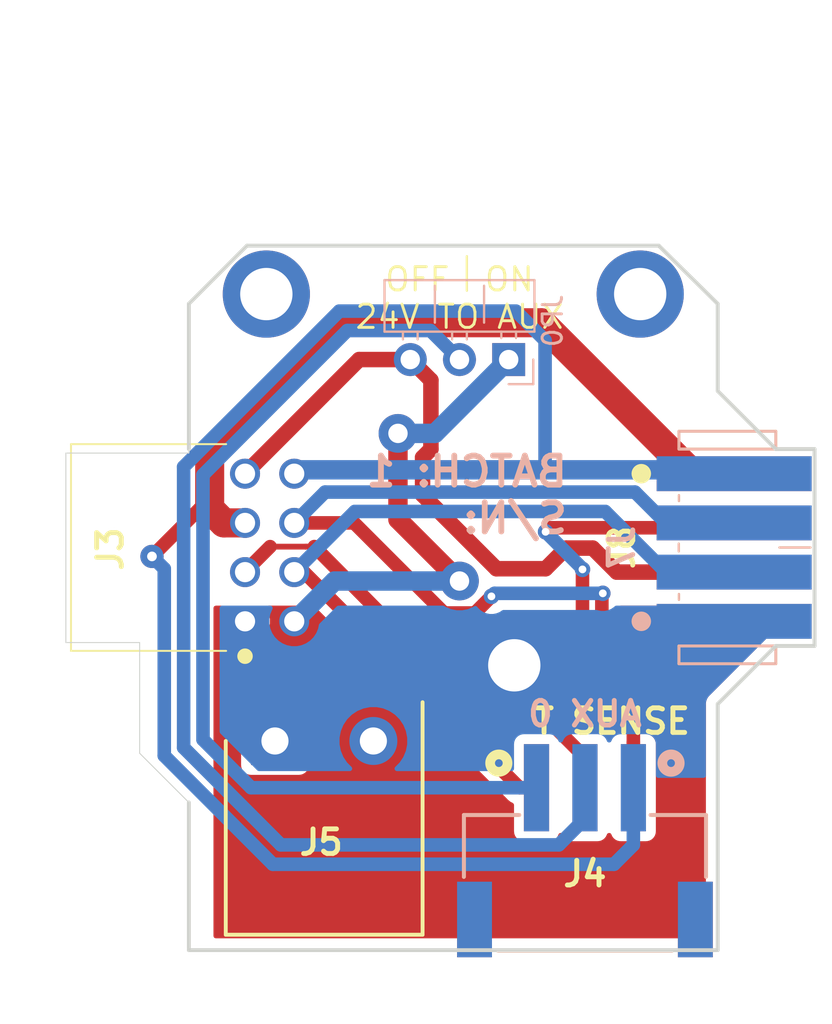
<source format=kicad_pcb>
(kicad_pcb (version 20171130) (host pcbnew "(5.1.9)-1")

  (general
    (thickness 1.6)
    (drawings 63)
    (tracks 101)
    (zones 0)
    (modules 10)
    (nets 12)
  )

  (page A4)
  (layers
    (0 F.Cu signal)
    (31 B.Cu signal)
    (32 B.Adhes user)
    (33 F.Adhes user)
    (34 B.Paste user)
    (35 F.Paste user)
    (36 B.SilkS user)
    (37 F.SilkS user)
    (38 B.Mask user)
    (39 F.Mask user)
    (40 Dwgs.User user)
    (41 Cmts.User user)
    (42 Eco1.User user)
    (43 Eco2.User user)
    (44 Edge.Cuts user)
    (45 Margin user)
    (46 B.CrtYd user)
    (47 F.CrtYd user)
    (48 B.Fab user)
    (49 F.Fab user)
  )

  (setup
    (last_trace_width 0.7)
    (user_trace_width 0.5)
    (user_trace_width 0.7)
    (user_trace_width 0.8)
    (user_trace_width 0.9)
    (user_trace_width 1)
    (user_trace_width 1.5)
    (user_trace_width 1.9)
    (user_trace_width 2)
    (user_trace_width 3)
    (user_trace_width 4)
    (trace_clearance 0.3)
    (zone_clearance 0.508)
    (zone_45_only no)
    (trace_min 0.2)
    (via_size 0.8)
    (via_drill 0.4)
    (via_min_size 0.4)
    (via_min_drill 0.3)
    (user_via 1.2 0.5)
    (user_via 2 1)
    (user_via 3 1.5)
    (user_via 4 2)
    (uvia_size 0.3)
    (uvia_drill 0.1)
    (uvias_allowed no)
    (uvia_min_size 0.2)
    (uvia_min_drill 0.1)
    (edge_width 0.05)
    (segment_width 0.2)
    (pcb_text_width 0.3)
    (pcb_text_size 1.5 1.5)
    (mod_edge_width 0.12)
    (mod_text_size 1 1)
    (mod_text_width 0.15)
    (pad_size 1.8 3.9)
    (pad_drill 0)
    (pad_to_mask_clearance 0)
    (aux_axis_origin 0 0)
    (visible_elements 7FFFFFFF)
    (pcbplotparams
      (layerselection 0x010fc_ffffffff)
      (usegerberextensions false)
      (usegerberattributes true)
      (usegerberadvancedattributes true)
      (creategerberjobfile true)
      (excludeedgelayer true)
      (linewidth 0.100000)
      (plotframeref false)
      (viasonmask false)
      (mode 1)
      (useauxorigin false)
      (hpglpennumber 1)
      (hpglpenspeed 20)
      (hpglpendiameter 15.000000)
      (psnegative false)
      (psa4output false)
      (plotreference true)
      (plotvalue true)
      (plotinvisibletext false)
      (padsonsilk false)
      (subtractmaskfromsilk false)
      (outputformat 1)
      (mirror false)
      (drillshape 1)
      (scaleselection 1)
      (outputdirectory ""))
  )

  (net 0 "")
  (net 1 /GND1_1)
  (net 2 /THERM_OUT_1)
  (net 3 /AUX0_1)
  (net 4 /HEATER_OUT_1)
  (net 5 /24V_1)
  (net 6 /3V3_1)
  (net 7 /V_AUX0_1)
  (net 8 "Net-(J6-Pad3)")
  (net 9 /GND_1)
  (net 10 "Net-(H3-Pad1)")
  (net 11 "Net-(H5-Pad1)")

  (net_class Default "This is the default net class."
    (clearance 0.3)
    (trace_width 0.3)
    (via_dia 0.8)
    (via_drill 0.4)
    (uvia_dia 0.3)
    (uvia_drill 0.1)
    (add_net /24V_1)
    (add_net /3V3_1)
    (add_net /AUX0_1)
    (add_net /GND1_1)
    (add_net /GND_1)
    (add_net /HEATER_OUT_1)
    (add_net /THERM_OUT_1)
    (add_net /V_AUX0_1)
    (add_net "Net-(H3-Pad1)")
    (add_net "Net-(H5-Pad1)")
    (add_net "Net-(J10-Pad6)")
    (add_net "Net-(J11-Pad4)")
    (add_net "Net-(J13-Pad6)")
    (add_net "Net-(J6-Pad3)")
  )

  (module 1SamacSys_Parts:SSW-104-XX-YYY-D-RA (layer F.Cu) (tedit 600B5870) (tstamp 6009D480)
    (at 46.08 157.655 270)
    (descr SSW-104-XX-YYY-D-RA)
    (tags Connector)
    (path /6004FEDF)
    (fp_text reference J3 (at -3.731 6.964 90) (layer F.SilkS)
      (effects (font (size 1.27 1.27) (thickness 0.254)))
    )
    (fp_text value "INTERBOARD B" (at -3.477 -0.402 90) (layer F.SilkS) hide
      (effects (font (size 1.27 1.27) (thickness 0.254)))
    )
    (fp_circle (center 1.8 0) (end 2 0) (layer F.SilkS) (width 0.4))
    (fp_line (start -10.345 10.185) (end -10.345 -4.315) (layer F.CrtYd) (width 0.05))
    (fp_line (start 2.725 10.185) (end -10.345 10.185) (layer F.CrtYd) (width 0.05))
    (fp_line (start 2.725 -4.315) (end 2.725 10.185) (layer F.CrtYd) (width 0.05))
    (fp_line (start -10.345 -4.315) (end 2.725 -4.315) (layer F.CrtYd) (width 0.05))
    (fp_line (start -9.145 8.985) (end -9.145 0.975) (layer F.SilkS) (width 0.1))
    (fp_line (start 1.525 8.985) (end -9.145 8.985) (layer F.SilkS) (width 0.1))
    (fp_line (start 1.525 0.975) (end 1.525 8.985) (layer F.SilkS) (width 0.1))
    (fp_line (start -9.145 8.985) (end -9.145 0.975) (layer F.Fab) (width 0.2))
    (fp_line (start 1.525 8.985) (end -9.145 8.985) (layer F.Fab) (width 0.2))
    (fp_line (start 1.525 0.975) (end 1.525 8.985) (layer F.Fab) (width 0.2))
    (fp_line (start -9.145 0.975) (end 1.525 0.975) (layer F.Fab) (width 0.2))
    (fp_text user %R (at 0 0 90) (layer F.Fab)
      (effects (font (size 1.27 1.27) (thickness 0.254)))
    )
    (pad 8 thru_hole circle (at -7.62 -2.54 270) (size 1.55 1.55) (drill 1.04) (layers *.Cu *.Mask)
      (net 3 /AUX0_1))
    (pad 7 thru_hole circle (at -7.62 0 270) (size 1.55 1.55) (drill 1.04) (layers *.Cu *.Mask)
      (net 7 /V_AUX0_1))
    (pad 6 thru_hole circle (at -5.08 -2.54 270) (size 1.55 1.55) (drill 1.04) (layers *.Cu *.Mask)
      (net 6 /3V3_1))
    (pad 5 thru_hole circle (at -5.08 0 270) (size 1.55 1.55) (drill 1.04) (layers *.Cu *.Mask)
      (net 9 /GND_1))
    (pad 4 thru_hole circle (at -2.54 -2.54 270) (size 1.55 1.55) (drill 1.04) (layers *.Cu *.Mask)
      (net 1 /GND1_1))
    (pad 3 thru_hole circle (at -2.54 0 270) (size 1.55 1.55) (drill 1.04) (layers *.Cu *.Mask)
      (net 2 /THERM_OUT_1))
    (pad 2 thru_hole circle (at 0 -2.54 270) (size 1.55 1.55) (drill 1.04) (layers *.Cu *.Mask)
      (net 5 /24V_1))
    (pad 1 thru_hole circle (at 0 0 270) (size 1.55 1.55) (drill 1.04) (layers *.Cu *.Mask)
      (net 4 /HEATER_OUT_1))
    (model C:\SamacSys_PCB_Library\KiCad\SamacSys_Parts.3dshapes\SSW-104-02-G-D-RA.stp
      (offset (xyz -9.15 -1.5 2.54))
      (scale (xyz 1 1 1))
      (rotate (xyz 180 0 0))
    )
  )

  (module 0c-boards:8MM11000402131_handsolder (layer F.Cu) (tedit 600B5825) (tstamp 600C5BE0)
    (at 71.87 153.845 270)
    (descr 8MM-11-0008-02-131-3)
    (tags Connector)
    (path /60044234)
    (attr smd)
    (fp_text reference J8 (at 0 6.35 90) (layer F.SilkS)
      (effects (font (size 1.27 1.27) (thickness 0.254)))
    )
    (fp_text value "DOCK INT 2" (at 0 -6.35 90) (layer F.SilkS) hide
      (effects (font (size 1.27 1.27) (thickness 0.254)))
    )
    (fp_text user %R (at 5.08 4.953 90) (layer F.Fab)
      (effects (font (size 1.27 1.27) (thickness 0.254)))
    )
    (fp_circle (center -3.81 5.334) (end -3.556 5.334) (layer F.SilkS) (width 0.5))
    (fp_line (start -5.08 -1.611) (end 5.08 -1.611) (layer F.Fab) (width 0.2))
    (fp_line (start 5.08 -1.611) (end 5.08 3.389) (layer F.Fab) (width 0.2))
    (fp_line (start -5.08 3.389) (end -5.08 -1.611) (layer F.Fab) (width 0.2))
    (fp_line (start -6.08 -4.461) (end 6.096 -4.4685) (layer F.CrtYd) (width 0.1))
    (fp_line (start 6.096 -4.4685) (end 6.096 4.3815) (layer F.CrtYd) (width 0.1))
    (fp_line (start 6.096 4.3815) (end -6.08 4.389) (layer F.CrtYd) (width 0.1))
    (fp_line (start -6.08 4.389) (end -6.08 -4.461) (layer F.CrtYd) (width 0.1))
    (fp_line (start -5.08 -1.611) (end -5.08 3.389) (layer F.SilkS) (width 0.15))
    (fp_line (start 5.08 3.389) (end 5.08 -1.611) (layer F.SilkS) (width 0.15))
    (fp_line (start 6 3.389) (end 6 -1.611) (layer F.SilkS) (width 0.15))
    (fp_line (start -6 3.389) (end -6 -1.611) (layer F.SilkS) (width 0.15))
    (fp_line (start -6 3.389) (end -5.08 3.389) (layer F.SilkS) (width 0.15))
    (fp_line (start -6 -1.611) (end -5.08 -1.611) (layer F.SilkS) (width 0.15))
    (fp_line (start 5.08 -1.611) (end 6 -1.611) (layer F.SilkS) (width 0.15))
    (fp_line (start 5.08 3.389) (end 6 3.389) (layer F.SilkS) (width 0.15))
    (fp_line (start -2.7 3.389) (end -2.4 3.389) (layer F.SilkS) (width 0.12))
    (fp_line (start -0.2 3.4) (end 0.2 3.4) (layer F.SilkS) (width 0.12))
    (fp_line (start 2.4 3.389) (end 2.7 3.389) (layer F.SilkS) (width 0.12))
    (fp_line (start 0 -1.8) (end 0 -3.4) (layer F.SilkS) (width 0.12))
    (pad 1 smd rect (at -3.81 0.539 270) (size 1.8 8) (layers F.Cu F.Paste F.Mask)
      (net 9 /GND_1))
    (pad 2 smd rect (at -1.27 0.539 270) (size 1.8 8) (layers F.Cu F.Paste F.Mask)
      (net 2 /THERM_OUT_1))
    (pad 3 smd rect (at 1.27 0.539 270) (size 1.8 8) (layers F.Cu F.Paste F.Mask)
      (net 7 /V_AUX0_1))
    (pad 4 smd rect (at 3.81 0.539 270) (size 1.8 8) (layers F.Cu F.Paste F.Mask)
      (net 5 /24V_1))
    (model "D:/Users/Dave/Documents/3D Printing/Cube Zero/Electronics/switcher/c-boards/c-boards.pretty/8MM-11-004-02-131.step"
      (offset (xyz -3.82 -3.4 1.8))
      (scale (xyz 1 1 1))
      (rotate (xyz 0 0 0))
    )
  )

  (module 0c-boards:8MM11000402131_handsolder (layer B.Cu) (tedit 600B5825) (tstamp 600C1368)
    (at 71.87 153.845 90)
    (descr 8MM-11-0008-02-131-3)
    (tags Connector)
    (path /60042F3C)
    (attr smd)
    (fp_text reference J7 (at 0 -6.35 -90) (layer B.SilkS)
      (effects (font (size 1.27 1.27) (thickness 0.254)) (justify mirror))
    )
    (fp_text value "DOCK INT 1" (at 0 6.35 -90) (layer B.SilkS) hide
      (effects (font (size 1.27 1.27) (thickness 0.254)) (justify mirror))
    )
    (fp_text user %R (at 5.08 -4.953 -90) (layer B.Fab)
      (effects (font (size 1.27 1.27) (thickness 0.254)) (justify mirror))
    )
    (fp_circle (center -3.81 -5.334) (end -3.556 -5.334) (layer B.SilkS) (width 0.5))
    (fp_line (start -5.08 1.611) (end 5.08 1.611) (layer B.Fab) (width 0.2))
    (fp_line (start 5.08 1.611) (end 5.08 -3.389) (layer B.Fab) (width 0.2))
    (fp_line (start -5.08 -3.389) (end -5.08 1.611) (layer B.Fab) (width 0.2))
    (fp_line (start -6.08 4.461) (end 6.096 4.4685) (layer B.CrtYd) (width 0.1))
    (fp_line (start 6.096 4.4685) (end 6.096 -4.3815) (layer B.CrtYd) (width 0.1))
    (fp_line (start 6.096 -4.3815) (end -6.08 -4.389) (layer B.CrtYd) (width 0.1))
    (fp_line (start -6.08 -4.389) (end -6.08 4.461) (layer B.CrtYd) (width 0.1))
    (fp_line (start -5.08 1.611) (end -5.08 -3.389) (layer B.SilkS) (width 0.15))
    (fp_line (start 5.08 -3.389) (end 5.08 1.611) (layer B.SilkS) (width 0.15))
    (fp_line (start 6 -3.389) (end 6 1.611) (layer B.SilkS) (width 0.15))
    (fp_line (start -6 -3.389) (end -6 1.611) (layer B.SilkS) (width 0.15))
    (fp_line (start -6 -3.389) (end -5.08 -3.389) (layer B.SilkS) (width 0.15))
    (fp_line (start -6 1.611) (end -5.08 1.611) (layer B.SilkS) (width 0.15))
    (fp_line (start 5.08 1.611) (end 6 1.611) (layer B.SilkS) (width 0.15))
    (fp_line (start 5.08 -3.389) (end 6 -3.389) (layer B.SilkS) (width 0.15))
    (fp_line (start -2.7 -3.389) (end -2.4 -3.389) (layer B.SilkS) (width 0.12))
    (fp_line (start -0.2 -3.4) (end 0.2 -3.4) (layer B.SilkS) (width 0.12))
    (fp_line (start 2.4 -3.389) (end 2.7 -3.389) (layer B.SilkS) (width 0.12))
    (fp_line (start 0 1.8) (end 0 3.4) (layer B.SilkS) (width 0.12))
    (pad 1 smd rect (at -3.81 -0.539 90) (size 1.8 8) (layers B.Cu B.Paste B.Mask)
      (net 4 /HEATER_OUT_1))
    (pad 2 smd rect (at -1.27 -0.539 90) (size 1.8 8) (layers B.Cu B.Paste B.Mask)
      (net 1 /GND1_1))
    (pad 3 smd rect (at 1.27 -0.539 90) (size 1.8 8) (layers B.Cu B.Paste B.Mask)
      (net 6 /3V3_1))
    (pad 4 smd rect (at 3.81 -0.539 90) (size 1.8 8) (layers B.Cu B.Paste B.Mask)
      (net 3 /AUX0_1))
    (model "D:/Users/Dave/Documents/3D Printing/Cube Zero/Electronics/switcher/c-boards/c-boards.pretty/8MM-11-004-02-131.step"
      (offset (xyz -3.82 -3.4 1.8))
      (scale (xyz 1 1 1))
      (rotate (xyz 0 0 0))
    )
  )

  (module Connector_PinHeader_2.54mm:PinHeader_1x03_P2.54mm_Horizontal (layer B.Cu) (tedit 600571F5) (tstamp 6009D4DE)
    (at 59.69 144.145 90)
    (descr "Through hole angled pin header, 1x03, 2.54mm pitch, 6mm pin length, single row")
    (tags "Through hole angled pin header THT 1x03 2.54mm single row")
    (path /60039C4C)
    (fp_text reference JP0 (at 2.001001 2.27 270) (layer B.SilkS)
      (effects (font (size 1 1) (thickness 0.15)) (justify mirror))
    )
    (fp_text value "AUXO 24V SEL" (at 4.385 -7.35 270) (layer B.Fab)
      (effects (font (size 1 1) (thickness 0.15)) (justify mirror))
    )
    (fp_line (start 10.55 1.8) (end -1.8 1.8) (layer B.CrtYd) (width 0.05))
    (fp_line (start 10.55 -6.85) (end 10.55 1.8) (layer B.CrtYd) (width 0.05))
    (fp_line (start -1.8 -6.85) (end 10.55 -6.85) (layer B.CrtYd) (width 0.05))
    (fp_line (start -1.8 1.8) (end -1.8 -6.85) (layer B.CrtYd) (width 0.05))
    (fp_line (start -1.27 1.27) (end 0 1.27) (layer B.SilkS) (width 0.12))
    (fp_line (start -1.27 0) (end -1.27 1.27) (layer B.SilkS) (width 0.12))
    (fp_line (start 1.042929 -5.46) (end 1.44 -5.46) (layer B.SilkS) (width 0.12))
    (fp_line (start 1.042929 -4.7) (end 1.44 -4.7) (layer B.SilkS) (width 0.12))
    (fp_line (start 1.905 -3.81) (end 3.81 -3.81) (layer B.SilkS) (width 0.12))
    (fp_line (start 1.042929 -2.92) (end 1.44 -2.92) (layer B.SilkS) (width 0.12))
    (fp_line (start 1.042929 -2.16) (end 1.44 -2.16) (layer B.SilkS) (width 0.12))
    (fp_line (start 1.905 -1.27) (end 3.81 -1.27) (layer B.SilkS) (width 0.12))
    (fp_line (start 1.11 -0.38) (end 1.44 -0.38) (layer B.SilkS) (width 0.12))
    (fp_line (start 1.11 0.38) (end 1.44 0.38) (layer B.SilkS) (width 0.12))
    (fp_line (start 4.1 1.33) (end 1.44 1.33) (layer B.SilkS) (width 0.12))
    (fp_line (start 1.44 -6.41) (end 4.1 -6.41) (layer B.SilkS) (width 0.12))
    (fp_line (start 1.44 1.33) (end 1.44 -6.41) (layer B.SilkS) (width 0.12))
    (fp_line (start 4.04 -5.4) (end 10.04 -5.4) (layer B.Fab) (width 0.1))
    (fp_line (start 10.04 -4.76) (end 10.04 -5.4) (layer B.Fab) (width 0.1))
    (fp_line (start 4.04 -4.76) (end 10.04 -4.76) (layer B.Fab) (width 0.1))
    (fp_line (start -0.32 -5.4) (end 1.5 -5.4) (layer B.Fab) (width 0.1))
    (fp_line (start -0.32 -4.76) (end -0.32 -5.4) (layer B.Fab) (width 0.1))
    (fp_line (start -0.32 -4.76) (end 1.5 -4.76) (layer B.Fab) (width 0.1))
    (fp_line (start 4.04 -2.86) (end 10.04 -2.86) (layer B.Fab) (width 0.1))
    (fp_line (start 10.04 -2.22) (end 10.04 -2.86) (layer B.Fab) (width 0.1))
    (fp_line (start 4.04 -2.22) (end 10.04 -2.22) (layer B.Fab) (width 0.1))
    (fp_line (start -0.32 -2.86) (end 1.5 -2.86) (layer B.Fab) (width 0.1))
    (fp_line (start -0.32 -2.22) (end -0.32 -2.86) (layer B.Fab) (width 0.1))
    (fp_line (start -0.32 -2.22) (end 1.5 -2.22) (layer B.Fab) (width 0.1))
    (fp_line (start 10.04 0.32) (end 10.04 -0.32) (layer B.Fab) (width 0.1))
    (fp_line (start -0.32 -0.32) (end 1.5 -0.32) (layer B.Fab) (width 0.1))
    (fp_line (start -0.32 0.32) (end -0.32 -0.32) (layer B.Fab) (width 0.1))
    (fp_line (start -0.32 0.32) (end 1.5 0.32) (layer B.Fab) (width 0.1))
    (fp_line (start 1.5 0.635) (end 2.135 1.27) (layer B.Fab) (width 0.1))
    (fp_line (start 1.5 -6.35) (end 1.5 0.635) (layer B.Fab) (width 0.1))
    (fp_line (start 4.04 -6.35) (end 1.5 -6.35) (layer B.Fab) (width 0.1))
    (fp_line (start 4.04 1.27) (end 4.04 -6.35) (layer B.Fab) (width 0.1))
    (fp_line (start 2.135 1.27) (end 4.04 1.27) (layer B.Fab) (width 0.1))
    (fp_line (start 4.1 1.33) (end 4.1 -6.41) (layer B.SilkS) (width 0.12))
    (fp_text user %R (at 2.77 -2.54) (layer B.Fab)
      (effects (font (size 1 1) (thickness 0.15)) (justify mirror))
    )
    (pad 3 thru_hole oval (at 0 -5.08 90) (size 1.7 1.7) (drill 1) (layers *.Cu *.Mask)
      (net 7 /V_AUX0_1))
    (pad 2 thru_hole oval (at 0 -2.54 90) (size 1.7 1.7) (drill 1) (layers *.Cu *.Mask)
      (net 8 "Net-(J6-Pad3)"))
    (pad 1 thru_hole rect (at 0 0 90) (size 1.7 1.7) (drill 1) (layers *.Cu *.Mask)
      (net 5 /24V_1))
    (model ${KISYS3DMOD}/Connector_PinHeader_2.54mm.3dshapes/PinHeader_1x03_P2.54mm_Horizontal.wrl
      (at (xyz 0 0 0))
      (scale (xyz 1 1 1))
      (rotate (xyz 0 0 0))
    )
  )

  (module MountingHole:MountingHole_2.7mm_M2.5_ISO7380_Pad_TopBottom (layer F.Cu) (tedit 56D1B4CB) (tstamp 6009D543)
    (at 59.98 159.925)
    (descr "Mounting Hole 2.7mm, M2.5, ISO7380")
    (tags "mounting hole 2.7mm m2.5 iso7380")
    (path /600575E9)
    (attr virtual)
    (fp_text reference H4 (at 0 -3.25) (layer F.Fab)
      (effects (font (size 1 1) (thickness 0.15)))
    )
    (fp_text value MountingHole_Pad (at 0 3.25) (layer F.Fab)
      (effects (font (size 1 1) (thickness 0.15)))
    )
    (fp_circle (center 0 0) (end 2.5 0) (layer F.CrtYd) (width 0.05))
    (fp_circle (center 0 0) (end 2.25 0) (layer Cmts.User) (width 0.15))
    (fp_text user %R (at 0.3 0) (layer F.Fab)
      (effects (font (size 1 1) (thickness 0.15)))
    )
    (pad 1 connect circle (at 0 0) (size 4.5 4.5) (layers B.Cu B.Mask)
      (net 4 /HEATER_OUT_1))
    (pad 1 connect circle (at 0 0) (size 4.5 4.5) (layers F.Cu F.Mask)
      (net 4 /HEATER_OUT_1))
    (pad 1 thru_hole circle (at 0 0) (size 3.1 3.1) (drill 2.7) (layers *.Cu *.Mask)
      (net 4 /HEATER_OUT_1))
  )

  (module 0_Daves_Stuff:JST-XH_2.50MM_03x01_SMT (layer B.Cu) (tedit 6004C316) (tstamp 6009D3B3)
    (at 63.627 166.243 180)
    (descr S3B-XH-SM4-TB)
    (tags Connector)
    (path /60074238)
    (attr smd)
    (fp_text reference J6 (at 0 -4.445) (layer B.Fab)
      (effects (font (size 1.27 1.27) (thickness 0.254)) (justify mirror))
    )
    (fp_text value "AUX 0" (at 0 3.81) (layer B.SilkS)
      (effects (font (size 1.27 1.27) (thickness 0.254)) (justify mirror))
    )
    (fp_text user %R (at 0 -4.445) (layer B.Fab)
      (effects (font (size 1.27 1.27) (thickness 0.254)) (justify mirror))
    )
    (fp_line (start -6.25 -1.407) (end 6.25 -1.407) (layer B.Fab) (width 0.2))
    (fp_line (start 6.25 -1.407) (end 6.25 -8.407) (layer B.Fab) (width 0.2))
    (fp_line (start 6.25 -8.407) (end -6.25 -8.407) (layer B.Fab) (width 0.2))
    (fp_line (start -6.25 -8.407) (end -6.25 -1.407) (layer B.Fab) (width 0.2))
    (fp_line (start -4.5 -8.407) (end 4.5 -8.407) (layer B.SilkS) (width 0.2))
    (fp_line (start -6.25 -1.407) (end -6.25 -4.6) (layer B.SilkS) (width 0.2))
    (fp_line (start -6.25 -1.407) (end -3.388 -1.407) (layer B.SilkS) (width 0.2))
    (fp_line (start 6.25 -1.407) (end 3.391 -1.407) (layer B.SilkS) (width 0.2))
    (fp_line (start 6.25 -1.407) (end 6.25 -4.6) (layer B.SilkS) (width 0.2))
    (fp_line (start 6.985 -8.89) (end -6.985 -8.89) (layer B.CrtYd) (width 0.12))
    (fp_line (start -6.985 -8.89) (end -6.985 2.54) (layer B.CrtYd) (width 0.12))
    (fp_line (start -6.985 2.54) (end 6.985 2.54) (layer B.CrtYd) (width 0.12))
    (fp_line (start 6.985 2.54) (end 6.985 -8.89) (layer B.CrtYd) (width 0.12))
    (fp_circle (center -4.445 1.27) (end -4.245 1.27) (layer B.SilkS) (width 0.5))
    (pad 5 smd rect (at 5.7 -6.8 180) (size 1.8 3.9) (layers B.Cu B.Paste B.Mask))
    (pad 4 smd rect (at -5.7 -6.8 180) (size 1.8 3.9) (layers B.Cu B.Paste B.Mask))
    (pad 3 smd rect (at 2.5 0 180) (size 1.3 4.5) (layers B.Cu B.Paste B.Mask)
      (net 8 "Net-(J6-Pad3)"))
    (pad 2 smd rect (at 0 0 180) (size 1.3 4.5) (layers B.Cu B.Paste B.Mask)
      (net 3 /AUX0_1))
    (pad 1 smd rect (at -2.5 0 180) (size 1.3 4.5) (layers B.Cu B.Paste B.Mask)
      (net 9 /GND_1))
    (model "D:/Users/Dave/Documents/3D Printing/Cube Zero/Electronics/switcher/c-boards/c-boards.pretty/JST-XH SMT 1x3.step"
      (offset (xyz 0 -8.5 0))
      (scale (xyz 1 1 1))
      (rotate (xyz 0 0 0))
    )
  )

  (module 1SamacSys_Parts:SHDRRA2W102P0X508_1X2_1016X1200X850P (layer F.Cu) (tedit 6008AD81) (tstamp 600C5B60)
    (at 47.625 163.83 180)
    (descr 282815-2)
    (tags Connector)
    (path /6000E48F)
    (fp_text reference J5 (at -2.3876 -5.2324) (layer F.SilkS)
      (effects (font (size 1.27 1.27) (thickness 0.254)))
    )
    (fp_text value HEATER (at -0.1016 3.8608) (layer F.Fab)
      (effects (font (size 1.27 1.27) (thickness 0.254)))
    )
    (fp_text user %R (at -2.3368 -5.2324) (layer F.Fab)
      (effects (font (size 1.27 1.27) (thickness 0.254)))
    )
    (fp_line (start -7.62 -10) (end -7.62 2) (layer F.SilkS) (width 0.2))
    (fp_line (start 2.54 -10) (end -7.62 -10) (layer F.SilkS) (width 0.2))
    (fp_line (start 2.54 0) (end 2.54 -10) (layer F.SilkS) (width 0.2))
    (fp_line (start 2.54 -10) (end 2.54 2) (layer F.Fab) (width 0.1))
    (fp_line (start -7.62 -10) (end 2.54 -10) (layer F.Fab) (width 0.1))
    (fp_line (start -7.62 2) (end -7.62 -10) (layer F.Fab) (width 0.1))
    (fp_line (start 2.54 2) (end -7.62 2) (layer F.Fab) (width 0.1))
    (fp_line (start 2.79 -10.25) (end 2.79 2.25) (layer F.CrtYd) (width 0.05))
    (fp_line (start -7.87 -10.25) (end 2.79 -10.25) (layer F.CrtYd) (width 0.05))
    (fp_line (start -7.87 2.25) (end -7.87 -10.25) (layer F.CrtYd) (width 0.05))
    (fp_line (start 2.79 2.25) (end -7.87 2.25) (layer F.CrtYd) (width 0.05))
    (pad 2 thru_hole circle (at -5.08 0 180) (size 2.475 2.475) (drill 1.4) (layers *.Cu *.Mask)
      (net 5 /24V_1))
    (pad 1 thru_hole rect (at 0 0 180) (size 2.475 2.475) (drill 1.4) (layers *.Cu *.Mask)
      (net 4 /HEATER_OUT_1))
    (model C:\SamacSys_PCB_Library\KiCad\SamacSys_Parts.3dshapes\282815-2.stp
      (offset (xyz -2.539999923706063 9.999999849814946 3.799999895246092))
      (scale (xyz 1 1 1))
      (rotate (xyz -90 0 -180))
    )
    (model "D:/Users/Dave/Documents/3D Printing/Cube Zero/Electronics/switcher/c-boards/c-boards.pretty/282807-2.stp"
      (offset (xyz -2.54 1.51 0))
      (scale (xyz 1 1 1))
      (rotate (xyz -90 0 0))
    )
  )

  (module 0_Daves_Stuff:JST-XH_2.50MM_03x01_SMT (layer F.Cu) (tedit 600B5623) (tstamp 600BF509)
    (at 63.627 166.243)
    (descr S3B-XH-SM4-TB)
    (tags Connector)
    (path /6006A913)
    (attr smd)
    (fp_text reference J4 (at 0 4.445 180) (layer F.SilkS)
      (effects (font (size 1.27 1.27) (thickness 0.254)))
    )
    (fp_text value "T SENSE" (at 1.397 -3.429 180) (layer F.SilkS)
      (effects (font (size 1.27 1.27) (thickness 0.254)))
    )
    (fp_text user %R (at 0 4.445 180) (layer F.Fab)
      (effects (font (size 1.27 1.27) (thickness 0.254)))
    )
    (fp_line (start -6.25 1.407) (end 6.25 1.407) (layer F.Fab) (width 0.2))
    (fp_line (start 6.25 1.407) (end 6.25 8.407) (layer F.Fab) (width 0.2))
    (fp_line (start 6.25 8.407) (end -6.25 8.407) (layer F.Fab) (width 0.2))
    (fp_line (start -6.25 8.407) (end -6.25 1.407) (layer F.Fab) (width 0.2))
    (fp_line (start -4.5 8.407) (end 4.5 8.407) (layer F.SilkS) (width 0.2))
    (fp_line (start -6.25 1.407) (end -6.25 4.6) (layer F.SilkS) (width 0.2))
    (fp_line (start -6.25 1.407) (end -3.388 1.407) (layer F.SilkS) (width 0.2))
    (fp_line (start 6.25 1.407) (end 3.391 1.407) (layer F.SilkS) (width 0.2))
    (fp_line (start 6.25 1.407) (end 6.25 4.6) (layer F.SilkS) (width 0.2))
    (fp_line (start 6.985 8.89) (end -6.985 8.89) (layer F.CrtYd) (width 0.12))
    (fp_line (start -6.985 8.89) (end -6.985 -2.54) (layer F.CrtYd) (width 0.12))
    (fp_line (start -6.985 -2.54) (end 6.985 -2.54) (layer F.CrtYd) (width 0.12))
    (fp_line (start 6.985 -2.54) (end 6.985 8.89) (layer F.CrtYd) (width 0.12))
    (fp_circle (center -4.445 -1.27) (end -4.245 -1.27) (layer F.SilkS) (width 0.5))
    (pad 5 smd rect (at 5.7 6.8) (size 1.8 3.9) (layers F.Cu F.Paste F.Mask)
      (net 5 /24V_1))
    (pad 4 smd rect (at -5.7 6.8) (size 1.8 3.9) (layers F.Cu F.Paste F.Mask)
      (net 5 /24V_1))
    (pad 3 smd rect (at 2.5 0) (size 1.3 4.5) (layers F.Cu F.Paste F.Mask)
      (net 6 /3V3_1))
    (pad 2 smd rect (at 0 0) (size 1.3 4.5) (layers F.Cu F.Paste F.Mask)
      (net 2 /THERM_OUT_1))
    (pad 1 smd rect (at -2.5 0) (size 1.3 4.5) (layers F.Cu F.Paste F.Mask)
      (net 1 /GND1_1))
    (model "D:/Users/Dave/Documents/3D Printing/Cube Zero/Electronics/switcher/c-boards/c-boards.pretty/JST-XH SMT 1x3.step"
      (offset (xyz 0 -8.5 0))
      (scale (xyz 1 1 1))
      (rotate (xyz 0 0 0))
    )
  )

  (module MountingHole:MountingHole_2.7mm_M2.5_ISO7380_Pad_TopBottom (layer F.Cu) (tedit 56D1B4CB) (tstamp 6009D378)
    (at 66.479999 140.765)
    (descr "Mounting Hole 2.7mm, M2.5, ISO7380")
    (tags "mounting hole 2.7mm m2.5 iso7380")
    (path /600581E8)
    (attr virtual)
    (fp_text reference H5 (at 0 -3.25) (layer F.Fab)
      (effects (font (size 1 1) (thickness 0.15)))
    )
    (fp_text value MountingHole_Pad (at 0 3.25) (layer F.Fab)
      (effects (font (size 1 1) (thickness 0.15)))
    )
    (fp_circle (center 0 0) (end 2.5 0) (layer F.CrtYd) (width 0.05))
    (fp_circle (center 0 0) (end 2.25 0) (layer Cmts.User) (width 0.15))
    (fp_text user %R (at 0.3 0) (layer F.Fab)
      (effects (font (size 1 1) (thickness 0.15)))
    )
    (pad 1 connect circle (at 0 0) (size 4.5 4.5) (layers B.Cu B.Mask)
      (net 11 "Net-(H5-Pad1)"))
    (pad 1 connect circle (at 0 0) (size 4.5 4.5) (layers F.Cu F.Mask)
      (net 11 "Net-(H5-Pad1)"))
    (pad 1 thru_hole circle (at 0 0) (size 3.1 3.1) (drill 2.7) (layers *.Cu *.Mask)
      (net 11 "Net-(H5-Pad1)"))
  )

  (module MountingHole:MountingHole_2.7mm_M2.5_ISO7380_Pad_TopBottom (layer F.Cu) (tedit 56D1B4CB) (tstamp 6009D35D)
    (at 47.18 140.765)
    (descr "Mounting Hole 2.7mm, M2.5, ISO7380")
    (tags "mounting hole 2.7mm m2.5 iso7380")
    (path /60056B10)
    (attr virtual)
    (fp_text reference H3 (at 0 -3.25) (layer F.Fab)
      (effects (font (size 1 1) (thickness 0.15)))
    )
    (fp_text value MountingHole_Pad (at 0 3.25) (layer F.Fab)
      (effects (font (size 1 1) (thickness 0.15)))
    )
    (fp_circle (center 0 0) (end 2.5 0) (layer F.CrtYd) (width 0.05))
    (fp_circle (center 0 0) (end 2.25 0) (layer Cmts.User) (width 0.15))
    (fp_text user %R (at 0.3 0) (layer F.Fab)
      (effects (font (size 1 1) (thickness 0.15)))
    )
    (pad 1 connect circle (at 0 0) (size 4.5 4.5) (layers B.Cu B.Mask)
      (net 10 "Net-(H3-Pad1)"))
    (pad 1 connect circle (at 0 0) (size 4.5 4.5) (layers F.Cu F.Mask)
      (net 10 "Net-(H3-Pad1)"))
    (pad 1 thru_hole circle (at 0 0) (size 3.1 3.1) (drill 2.7) (layers *.Cu *.Mask)
      (net 10 "Net-(H3-Pad1)"))
  )

  (gr_line (start 57.531 138.811) (end 57.531 140.589) (layer F.SilkS) (width 0.12))
  (gr_text "OFF  ON\n24V TO AUX" (at 57.15 140.97) (layer F.SilkS) (tstamp 600C66E9)
    (effects (font (size 1.2 1.2) (thickness 0.15)))
  )
  (gr_line (start 43.18 148.971) (end 43.18 148.765) (layer Edge.Cuts) (width 0.05) (tstamp 600C53D9))
  (gr_line (start 36.83 148.971) (end 43.18 148.971) (layer Edge.Cuts) (width 0.05))
  (gr_line (start 36.83 158.75) (end 36.83 148.971) (layer Edge.Cuts) (width 0.05))
  (gr_line (start 40.64 158.75) (end 36.83 158.75) (layer Edge.Cuts) (width 0.05))
  (gr_line (start 40.64 159.385) (end 40.64 158.75) (layer Edge.Cuts) (width 0.05))
  (gr_line (start 40.64 164.465) (end 40.64 159.385) (layer Edge.Cuts) (width 0.05))
  (gr_line (start 43.18 167.005) (end 40.64 164.465) (layer Edge.Cuts) (width 0.05))
  (gr_line (start 36.07 158.925) (end 33.53 158.925) (layer Dwgs.User) (width 0.2))
  (gr_line (start 33.53 149.019) (end 33.53 151.051) (layer Dwgs.User) (width 0.2))
  (gr_line (start 36.07 149.019) (end 36.07 151.051) (layer Dwgs.User) (width 0.2))
  (gr_line (start 42.43 178.353973) (end 33.53 178.353973) (layer Dwgs.User) (width 0.2))
  (gr_line (start 33.53 148.765) (end 36.07 148.765) (layer Dwgs.User) (width 0.2))
  (gr_line (start 36.07 148.765) (end 33.53 148.765) (layer Dwgs.User) (width 0.2))
  (gr_line (start 42.43 155.692521) (end 42.43 178.353973) (layer Dwgs.User) (width 0.2))
  (gr_line (start 33.53 155.692521) (end 42.43 155.692521) (layer Dwgs.User) (width 0.2))
  (gr_line (start 33.53 178.353973) (end 33.53 155.692521) (layer Dwgs.User) (width 0.2))
  (gr_line (start 33.53 158.925) (end 36.07 158.925) (layer Dwgs.User) (width 0.2))
  (gr_line (start 70.479999 167.625) (end 57.98 167.625) (layer Dwgs.User) (width 0.2))
  (gr_line (start 47.47 163.925) (end 52.55 163.925) (layer Dwgs.User) (width 0.2))
  (gr_line (start 44.93 161.925) (end 47.47 163.925) (layer Dwgs.User) (width 0.2))
  (gr_line (start 44.93 174.625) (end 44.93 161.925) (layer Dwgs.User) (width 0.2))
  (gr_line (start 55.98 174.625) (end 44.93 174.625) (layer Dwgs.User) (width 0.2))
  (gr_line (start 42.43 125.687232) (end 42.43 155.692521) (layer Dwgs.User) (width 0.2))
  (gr_line (start 33.53 155.692521) (end 33.53 125.687232) (layer Dwgs.User) (width 0.2))
  (gr_line (start 57.98 167.625) (end 61.69 166.215) (layer Dwgs.User) (width 0.2))
  (gr_line (start 70.479999 174.625) (end 70.479999 167.625) (layer Dwgs.User) (width 0.2))
  (gr_line (start 57.98 174.625) (end 70.479999 174.625) (layer Dwgs.User) (width 0.2))
  (gr_line (start 57.98 167.625) (end 57.98 174.625) (layer Dwgs.User) (width 0.2))
  (gr_circle (center 52.55 163.925) (end 53.55 163.925) (layer Dwgs.User) (width 0.2))
  (gr_line (start 49.89 148.765) (end 49.89 158.925) (layer Dwgs.User) (width 0.2))
  (gr_line (start 55.980001 161.925) (end 55.98 174.625) (layer Dwgs.User) (width 0.2))
  (gr_line (start 44.93 161.925) (end 55.980001 161.925) (layer Dwgs.User) (width 0.2))
  (gr_line (start 46.08 148.765) (end 46.08 158.925) (layer Dwgs.User) (width 0.2))
  (gr_circle (center 46.08 157.655) (end 47.08 157.655) (layer Dwgs.User) (width 0.2))
  (gr_line (start 49.89 158.925) (end 36.07 158.925) (layer Dwgs.User) (width 0.2))
  (gr_line (start 36.07 158.925) (end 36.07 148.765) (layer Dwgs.User) (width 0.2))
  (gr_line (start 36.07 148.765) (end 49.89 148.765) (layer Dwgs.User) (width 0.2))
  (gr_line (start 46.180001 138.265) (end 43.18 141.265) (layer Edge.Cuts) (width 0.2))
  (gr_line (start 68.479999 148.765) (end 68.479999 158.925) (layer Dwgs.User) (width 0.2))
  (gr_circle (center 61.69 166.215) (end 62.69 166.215) (layer Dwgs.User) (width 0.2))
  (gr_circle (center 71.87 153.845) (end 72.87 153.845) (layer Dwgs.User) (width 0.2))
  (gr_line (start 70.479999 161.925) (end 73.479999 158.925) (layer Edge.Cuts) (width 0.2))
  (gr_line (start 46.180001 138.265) (end 67.437 138.265) (layer Edge.Cuts) (width 0.2))
  (gr_line (start 70.479999 174.625) (end 70.479999 161.925) (layer Edge.Cuts) (width 0.2))
  (gr_circle (center 59.98 159.925) (end 61.33 159.925) (layer Dwgs.User) (width 0.2))
  (gr_line (start 43.18 148.765) (end 36.07 148.765) (layer Dwgs.User) (width 0.2))
  (gr_line (start 70.479999 141.265) (end 70.479999 145.765) (layer Edge.Cuts) (width 0.2))
  (gr_line (start 49.89 153.845) (end 68.479999 153.845) (layer Dwgs.User) (width 0.2))
  (gr_circle (center 47.18 140.765) (end 48.53 140.765) (layer Dwgs.User) (width 0.2))
  (gr_line (start 43.18 158.925) (end 36.07 158.925) (layer Dwgs.User) (width 0.2))
  (gr_line (start 73.479999 158.925) (end 75.479999 158.925) (layer Edge.Cuts) (width 0.2))
  (gr_line (start 43.18 148.765) (end 43.18 141.265) (layer Edge.Cuts) (width 0.2))
  (gr_circle (center 66.479999 140.765) (end 67.829999 140.765) (layer Dwgs.User) (width 0.2))
  (gr_line (start 75.479999 158.925) (end 75.479999 148.765) (layer Edge.Cuts) (width 0.2))
  (gr_line (start 43.18 174.625) (end 43.18 167.005) (layer Edge.Cuts) (width 0.2))
  (gr_line (start 70.479999 145.765) (end 73.479999 148.765) (layer Edge.Cuts) (width 0.2))
  (gr_line (start 67.437 138.265) (end 70.479999 141.265) (layer Edge.Cuts) (width 0.2))
  (gr_line (start 68.479999 153.845) (end 71.87 153.845) (layer Dwgs.User) (width 0.2))
  (gr_line (start 75.479999 148.765) (end 73.479999 148.765) (layer Edge.Cuts) (width 0.2))
  (gr_line (start 43.18 174.625) (end 70.479999 174.625) (layer Edge.Cuts) (width 0.2))
  (gr_text "BATCH: 1\nS/N:" (at 62.865 151.13) (layer B.SilkS) (tstamp 6009D583)
    (effects (font (size 1.5 1.5) (thickness 0.3)) (justify left mirror))
  )

  (segment (start 49.120572 155.115) (end 48.62 155.115) (width 0.7) (layer F.Cu) (net 1))
  (segment (start 60.248572 166.243) (end 49.120572 155.115) (width 0.7) (layer F.Cu) (net 1))
  (segment (start 61.127 166.243) (end 60.248572 166.243) (width 0.7) (layer F.Cu) (net 1))
  (segment (start 67.800998 155.115) (end 71.331 155.115) (width 0.7) (layer B.Cu) (net 1))
  (segment (start 64.670997 151.984999) (end 67.800998 155.115) (width 0.7) (layer B.Cu) (net 1))
  (segment (start 51.750001 151.984999) (end 64.670997 151.984999) (width 0.7) (layer B.Cu) (net 1))
  (segment (start 48.62 155.115) (end 51.750001 151.984999) (width 0.7) (layer B.Cu) (net 1))
  (segment (start 61.779003 162.825001) (end 58.587999 162.825001) (width 0.7) (layer F.Cu) (net 2))
  (segment (start 63.627 164.672998) (end 61.779003 162.825001) (width 0.7) (layer F.Cu) (net 2))
  (segment (start 58.587999 162.825001) (end 49.657 153.797) (width 0.7) (layer F.Cu) (net 2))
  (segment (start 63.627 166.243) (end 63.627 164.672998) (width 0.7) (layer F.Cu) (net 2))
  (segment (start 49.208001 153.800001) (end 47.374001 153.800001) (width 0.3) (layer F.Cu) (net 2))
  (segment (start 49.211002 153.797) (end 49.208001 153.800001) (width 0.3) (layer F.Cu) (net 2))
  (segment (start 49.657 153.797) (end 49.211002 153.797) (width 0.3) (layer F.Cu) (net 2))
  (segment (start 46.08 155.094002) (end 46.08 155.115) (width 0.7) (layer F.Cu) (net 2))
  (segment (start 47.374001 153.800001) (end 46.08 155.094002) (width 0.7) (layer F.Cu) (net 2))
  (segment (start 63.5 154.94) (end 63.5 154.974999) (width 0.5) (layer F.Cu) (net 2))
  (via (at 63.5 154.974999) (size 0.8) (drill 0.4) (layers F.Cu B.Cu) (net 2))
  (via (at 61.595 153.035) (size 0.8) (drill 0.4) (layers F.Cu B.Cu) (net 2))
  (segment (start 71.270999 152.635001) (end 71.331 152.575) (width 0.5) (layer F.Cu) (net 2))
  (segment (start 63.5 160.697002) (end 63.5 154.974999) (width 0.7) (layer F.Cu) (net 2))
  (segment (start 61.779003 162.417999) (end 63.5 160.697002) (width 0.7) (layer F.Cu) (net 2))
  (segment (start 61.779003 162.825001) (end 61.779003 162.417999) (width 0.7) (layer F.Cu) (net 2))
  (segment (start 63.5 154.94) (end 61.595 153.035) (width 0.7) (layer B.Cu) (net 2))
  (segment (start 63.5 154.974999) (end 63.5 154.94) (width 0.7) (layer B.Cu) (net 2))
  (segment (start 71.081012 152.824988) (end 71.331 152.575) (width 0.7) (layer F.Cu) (net 2))
  (segment (start 61.805012 152.824988) (end 71.081012 152.824988) (width 0.7) (layer F.Cu) (net 2))
  (segment (start 61.595 153.035) (end 61.805012 152.824988) (width 0.7) (layer F.Cu) (net 2))
  (segment (start 71.130979 149.834979) (end 71.331 150.035) (width 1) (layer B.Cu) (net 3))
  (segment (start 48.62 150.035) (end 48.820021 149.834979) (width 1) (layer B.Cu) (net 3))
  (segment (start 61.569979 143.154977) (end 61.569979 149.834979) (width 0.7) (layer B.Cu) (net 3))
  (segment (start 60.059991 141.644989) (end 61.569979 143.154977) (width 0.7) (layer B.Cu) (net 3))
  (segment (start 42.91001 149.681761) (end 50.946782 141.644989) (width 0.7) (layer B.Cu) (net 3))
  (segment (start 50.946782 141.644989) (end 60.059991 141.644989) (width 0.7) (layer B.Cu) (net 3))
  (segment (start 42.91001 164.17424) (end 42.91001 149.681761) (width 0.7) (layer B.Cu) (net 3))
  (segment (start 47.928771 169.193) (end 42.91001 164.17424) (width 0.7) (layer B.Cu) (net 3))
  (segment (start 63.627 167.843) (end 62.277 169.193) (width 0.7) (layer B.Cu) (net 3))
  (segment (start 63.627 166.243) (end 63.627 167.843) (width 0.7) (layer B.Cu) (net 3))
  (segment (start 62.277 169.193) (end 47.928771 169.193) (width 0.7) (layer B.Cu) (net 3))
  (segment (start 61.569979 149.834979) (end 71.130979 149.834979) (width 1) (layer B.Cu) (net 3))
  (segment (start 48.820021 149.834979) (end 61.569979 149.834979) (width 1) (layer B.Cu) (net 3))
  (via (at 53.975 147.955) (size 2) (drill 1) (layers F.Cu B.Cu) (net 5))
  (segment (start 55.88 147.955) (end 53.975 147.955) (width 1) (layer B.Cu) (net 5))
  (segment (start 59.69 144.145) (end 55.88 147.955) (width 1) (layer B.Cu) (net 5))
  (via (at 57.15 155.575) (size 2) (drill 1) (layers F.Cu B.Cu) (net 5))
  (segment (start 53.975 152.4) (end 57.15 155.575) (width 1) (layer F.Cu) (net 5))
  (segment (start 53.975 147.955) (end 53.975 152.4) (width 1) (layer F.Cu) (net 5))
  (segment (start 50.7 155.575) (end 48.62 157.655) (width 1) (layer B.Cu) (net 5))
  (segment (start 57.15 155.575) (end 50.7 155.575) (width 1) (layer B.Cu) (net 5))
  (segment (start 56.357999 157.225001) (end 57.942001 157.225001) (width 0.7) (layer F.Cu) (net 6))
  (segment (start 51.707998 152.575) (end 56.357999 157.225001) (width 0.7) (layer F.Cu) (net 6))
  (segment (start 57.942001 157.225001) (end 58.800001 156.367001) (width 0.7) (layer F.Cu) (net 6))
  (segment (start 48.62 152.575) (end 51.707998 152.575) (width 0.7) (layer F.Cu) (net 6))
  (segment (start 67.800998 152.575) (end 71.331 152.575) (width 0.7) (layer B.Cu) (net 6))
  (segment (start 66.210987 150.984989) (end 67.800998 152.575) (width 0.7) (layer B.Cu) (net 6))
  (segment (start 50.210011 150.984989) (end 66.210987 150.984989) (width 0.7) (layer B.Cu) (net 6))
  (segment (start 48.62 152.575) (end 50.210011 150.984989) (width 0.7) (layer B.Cu) (net 6))
  (segment (start 66.127 166.243) (end 66.127 163.917) (width 0.7) (layer F.Cu) (net 6))
  (segment (start 66.127 163.917) (end 66.127 162.901) (width 0.7) (layer F.Cu) (net 6))
  (segment (start 64.418615 161.192614) (end 64.50001 161.111219) (width 0.7) (layer F.Cu) (net 6))
  (segment (start 66.127 162.901) (end 64.418615 161.192614) (width 0.7) (layer F.Cu) (net 6))
  (segment (start 64.50001 161.111219) (end 64.50001 156.21) (width 0.7) (layer F.Cu) (net 6))
  (via (at 64.55 156.21) (size 0.8) (drill 0.4) (layers F.Cu B.Cu) (net 6))
  (segment (start 64.50001 156.21) (end 64.55 156.21) (width 0.7) (layer F.Cu) (net 6))
  (via (at 58.800001 156.367001) (size 0.8) (drill 0.4) (layers F.Cu B.Cu) (net 6))
  (segment (start 58.957002 156.21) (end 58.800001 156.367001) (width 0.7) (layer B.Cu) (net 6))
  (segment (start 64.55 156.21) (end 58.957002 156.21) (width 0.7) (layer B.Cu) (net 6))
  (segment (start 64.028001 153.874998) (end 62.660002 153.874998) (width 0.8) (layer F.Cu) (net 7))
  (segment (start 65.268003 155.115) (end 64.028001 153.874998) (width 0.8) (layer F.Cu) (net 7))
  (segment (start 71.331 155.115) (end 65.268003 155.115) (width 0.8) (layer F.Cu) (net 7))
  (segment (start 62.660002 153.874998) (end 61.595 154.94) (width 0.8) (layer F.Cu) (net 7))
  (segment (start 61.595 154.94) (end 59.055 154.94) (width 0.8) (layer F.Cu) (net 7))
  (segment (start 59.055 154.94) (end 55.245 151.13) (width 0.8) (layer F.Cu) (net 7))
  (segment (start 55.675001 145.210001) (end 54.61 144.145) (width 0.8) (layer F.Cu) (net 7))
  (segment (start 55.675001 148.771001) (end 55.675001 145.210001) (width 0.8) (layer F.Cu) (net 7))
  (segment (start 55.245 149.201002) (end 55.675001 148.771001) (width 0.8) (layer F.Cu) (net 7))
  (segment (start 55.245 151.13) (end 55.245 149.201002) (width 0.8) (layer F.Cu) (net 7))
  (segment (start 51.97 144.145) (end 46.08 150.035) (width 0.8) (layer F.Cu) (net 7))
  (segment (start 54.61 144.145) (end 51.97 144.145) (width 0.8) (layer F.Cu) (net 7))
  (segment (start 55.649999 142.644999) (end 57.15 144.145) (width 0.7) (layer B.Cu) (net 8))
  (segment (start 51.360999 142.644999) (end 55.649999 142.644999) (width 0.7) (layer B.Cu) (net 8))
  (segment (start 43.91002 163.760023) (end 43.91002 150.095978) (width 0.7) (layer B.Cu) (net 8))
  (segment (start 46.392998 166.243) (end 43.91002 163.760023) (width 0.7) (layer B.Cu) (net 8))
  (segment (start 43.91002 150.095978) (end 51.360999 142.644999) (width 0.7) (layer B.Cu) (net 8))
  (segment (start 61.127 166.243) (end 46.392998 166.243) (width 0.7) (layer B.Cu) (net 8))
  (segment (start 44.983985 152.575) (end 46.08 152.575) (width 1.5) (layer F.Cu) (net 9))
  (segment (start 44.254999 151.846014) (end 44.983985 152.575) (width 1.5) (layer F.Cu) (net 9))
  (segment (start 44.254999 149.158999) (end 44.254999 151.846014) (width 1.5) (layer F.Cu) (net 9))
  (segment (start 61.380001 142.244999) (end 51.168999 142.244999) (width 1.5) (layer F.Cu) (net 9))
  (segment (start 51.168999 142.244999) (end 44.254999 149.158999) (width 1.5) (layer F.Cu) (net 9))
  (segment (start 69.170002 150.035) (end 61.380001 142.244999) (width 1.5) (layer F.Cu) (net 9))
  (segment (start 71.331 150.035) (end 69.170002 150.035) (width 1.5) (layer F.Cu) (net 9))
  (segment (start 66.127 169.193) (end 65.12699 170.19301) (width 0.7) (layer B.Cu) (net 9))
  (segment (start 65.12699 170.19301) (end 47.514554 170.19301) (width 0.7) (layer B.Cu) (net 9))
  (segment (start 66.127 166.243) (end 66.127 169.193) (width 0.7) (layer B.Cu) (net 9))
  (segment (start 47.514554 170.19301) (end 41.91 164.588456) (width 0.7) (layer B.Cu) (net 9))
  (segment (start 43.733986 151.846014) (end 41.275 154.305) (width 0.7) (layer F.Cu) (net 9))
  (segment (start 44.254999 151.846014) (end 43.733986 151.846014) (width 0.7) (layer F.Cu) (net 9))
  (via (at 41.275 154.305) (size 1.2) (drill 0.5) (layers F.Cu B.Cu) (net 9))
  (segment (start 41.275 154.305) (end 41.91 154.94) (width 0.7) (layer B.Cu) (net 9))
  (segment (start 41.91 154.94) (end 41.91 164.588456) (width 0.7) (layer B.Cu) (net 9))

  (zone (net 5) (net_name /24V_1) (layer F.Cu) (tstamp 0) (hatch edge 0.508)
    (connect_pads yes (clearance 0.508))
    (min_thickness 0.254)
    (fill yes (arc_segments 32) (thermal_gap 0.508) (thermal_bridge_width 2))
    (polygon
      (pts
        (xy 75.565 175.26) (xy 44.45 175.26) (xy 44.45 156.845) (xy 75.565 156.845)
      )
    )
    (filled_polygon
      (pts
        (xy 44.830475 156.987115) (xy 44.724186 157.243718) (xy 44.67 157.516127) (xy 44.67 157.793873) (xy 44.724186 158.066282)
        (xy 44.830475 158.322885) (xy 44.984782 158.553822) (xy 45.181178 158.750218) (xy 45.412115 158.904525) (xy 45.668718 159.010814)
        (xy 45.941127 159.065) (xy 46.218873 159.065) (xy 46.491282 159.010814) (xy 46.747885 158.904525) (xy 46.978822 158.750218)
        (xy 47.175218 158.553822) (xy 47.329525 158.322885) (xy 47.435814 158.066282) (xy 47.49 157.793873) (xy 47.49 157.516127)
        (xy 47.435814 157.243718) (xy 47.329525 156.987115) (xy 47.319425 156.972) (xy 49.584572 156.972) (xy 59.517861 166.90529)
        (xy 59.548702 166.94287) (xy 59.586281 166.97371) (xy 59.698688 167.06596) (xy 59.838928 167.14092) (xy 59.838928 168.493)
        (xy 59.851188 168.617482) (xy 59.887498 168.73718) (xy 59.946463 168.847494) (xy 60.025815 168.944185) (xy 60.122506 169.023537)
        (xy 60.23282 169.082502) (xy 60.352518 169.118812) (xy 60.477 169.131072) (xy 61.777 169.131072) (xy 61.901482 169.118812)
        (xy 62.02118 169.082502) (xy 62.131494 169.023537) (xy 62.228185 168.944185) (xy 62.307537 168.847494) (xy 62.366502 168.73718)
        (xy 62.377 168.702573) (xy 62.387498 168.73718) (xy 62.446463 168.847494) (xy 62.525815 168.944185) (xy 62.622506 169.023537)
        (xy 62.73282 169.082502) (xy 62.852518 169.118812) (xy 62.977 169.131072) (xy 64.277 169.131072) (xy 64.401482 169.118812)
        (xy 64.52118 169.082502) (xy 64.631494 169.023537) (xy 64.728185 168.944185) (xy 64.807537 168.847494) (xy 64.866502 168.73718)
        (xy 64.877 168.702573) (xy 64.887498 168.73718) (xy 64.946463 168.847494) (xy 65.025815 168.944185) (xy 65.122506 169.023537)
        (xy 65.23282 169.082502) (xy 65.352518 169.118812) (xy 65.477 169.131072) (xy 66.777 169.131072) (xy 66.901482 169.118812)
        (xy 67.02118 169.082502) (xy 67.131494 169.023537) (xy 67.228185 168.944185) (xy 67.307537 168.847494) (xy 67.366502 168.73718)
        (xy 67.402812 168.617482) (xy 67.415072 168.493) (xy 67.415072 163.993) (xy 67.402812 163.868518) (xy 67.366502 163.74882)
        (xy 67.307537 163.638506) (xy 67.228185 163.541815) (xy 67.131494 163.462463) (xy 67.112 163.452043) (xy 67.112 162.94938)
        (xy 67.116765 162.901) (xy 67.097747 162.707906) (xy 67.041424 162.522233) (xy 66.94996 162.351116) (xy 66.85771 162.238709)
        (xy 66.82687 162.20113) (xy 66.78929 162.170289) (xy 65.48501 160.86601) (xy 65.48501 156.972) (xy 74.744999 156.972)
        (xy 74.744999 158.19) (xy 73.516104 158.19) (xy 73.479999 158.186444) (xy 73.335914 158.200635) (xy 73.197365 158.242663)
        (xy 73.069679 158.310913) (xy 72.957761 158.402762) (xy 72.934745 158.430807) (xy 69.985807 161.379746) (xy 69.957762 161.402762)
        (xy 69.865913 161.51468) (xy 69.797663 161.642367) (xy 69.755634 161.780915) (xy 69.741443 161.925) (xy 69.745 161.961115)
        (xy 69.744999 173.89) (xy 44.577 173.89) (xy 44.577 162.5925) (xy 45.749428 162.5925) (xy 45.749428 165.0675)
        (xy 45.761688 165.191982) (xy 45.797998 165.31168) (xy 45.856963 165.421994) (xy 45.936315 165.518685) (xy 46.033006 165.598037)
        (xy 46.14332 165.657002) (xy 46.263018 165.693312) (xy 46.3875 165.705572) (xy 48.8625 165.705572) (xy 48.986982 165.693312)
        (xy 49.10668 165.657002) (xy 49.216994 165.598037) (xy 49.313685 165.518685) (xy 49.393037 165.421994) (xy 49.452002 165.31168)
        (xy 49.488312 165.191982) (xy 49.500572 165.0675) (xy 49.500572 162.5925) (xy 49.488312 162.468018) (xy 49.452002 162.34832)
        (xy 49.393037 162.238006) (xy 49.313685 162.141315) (xy 49.216994 162.061963) (xy 49.10668 162.002998) (xy 48.986982 161.966688)
        (xy 48.8625 161.954428) (xy 46.3875 161.954428) (xy 46.263018 161.966688) (xy 46.14332 162.002998) (xy 46.033006 162.061963)
        (xy 45.936315 162.141315) (xy 45.856963 162.238006) (xy 45.797998 162.34832) (xy 45.761688 162.468018) (xy 45.749428 162.5925)
        (xy 44.577 162.5925) (xy 44.577 156.972) (xy 44.840575 156.972)
      )
    )
  )
  (zone (net 4) (net_name /HEATER_OUT_1) (layer B.Cu) (tstamp 600C27AD) (hatch edge 0.508)
    (connect_pads yes (clearance 0.508))
    (min_thickness 0.254)
    (fill yes (arc_segments 32) (thermal_gap 0.508) (thermal_bridge_width 2))
    (polygon
      (pts
        (xy 44.490894 165.735) (xy 75.605894 165.735) (xy 75.605894 156.845) (xy 44.490894 156.845)
      )
    )
    (filled_polygon
      (pts
        (xy 47.370475 156.987115) (xy 47.264186 157.243718) (xy 47.21 157.516127) (xy 47.21 157.793873) (xy 47.264186 158.066282)
        (xy 47.370475 158.322885) (xy 47.524782 158.553822) (xy 47.721178 158.750218) (xy 47.952115 158.904525) (xy 48.208718 159.010814)
        (xy 48.481127 159.065) (xy 48.758873 159.065) (xy 49.031282 159.010814) (xy 49.287885 158.904525) (xy 49.518822 158.750218)
        (xy 49.715218 158.553822) (xy 49.869525 158.322885) (xy 49.975814 158.066282) (xy 50.016031 157.864101) (xy 50.908132 156.972)
        (xy 56.297836 156.972) (xy 56.375537 157.023918) (xy 56.673088 157.147168) (xy 56.988967 157.21) (xy 57.311033 157.21)
        (xy 57.626912 157.147168) (xy 57.924463 157.023918) (xy 57.972644 156.991724) (xy 57.996064 157.026775) (xy 58.140227 157.170938)
        (xy 58.309745 157.284206) (xy 58.498103 157.362227) (xy 58.698062 157.402001) (xy 58.90194 157.402001) (xy 59.101899 157.362227)
        (xy 59.290257 157.284206) (xy 59.423764 157.195) (xy 64.223414 157.195) (xy 64.248102 157.205226) (xy 64.448061 157.245)
        (xy 64.651939 157.245) (xy 64.851898 157.205226) (xy 65.040256 157.127205) (xy 65.209774 157.013937) (xy 65.251711 156.972)
        (xy 74.744999 156.972) (xy 74.744999 158.19) (xy 73.516104 158.19) (xy 73.479999 158.186444) (xy 73.335914 158.200635)
        (xy 73.197365 158.242663) (xy 73.069679 158.310913) (xy 72.957761 158.402762) (xy 72.934745 158.430807) (xy 69.985807 161.379746)
        (xy 69.957762 161.402762) (xy 69.865913 161.51468) (xy 69.797663 161.642367) (xy 69.755634 161.780915) (xy 69.741443 161.925)
        (xy 69.745 161.961115) (xy 69.745 165.608) (xy 67.415072 165.608) (xy 67.415072 163.993) (xy 67.402812 163.868518)
        (xy 67.366502 163.74882) (xy 67.307537 163.638506) (xy 67.228185 163.541815) (xy 67.131494 163.462463) (xy 67.02118 163.403498)
        (xy 66.901482 163.367188) (xy 66.777 163.354928) (xy 65.477 163.354928) (xy 65.352518 163.367188) (xy 65.23282 163.403498)
        (xy 65.122506 163.462463) (xy 65.025815 163.541815) (xy 64.946463 163.638506) (xy 64.887498 163.74882) (xy 64.877 163.783427)
        (xy 64.866502 163.74882) (xy 64.807537 163.638506) (xy 64.728185 163.541815) (xy 64.631494 163.462463) (xy 64.52118 163.403498)
        (xy 64.401482 163.367188) (xy 64.277 163.354928) (xy 62.977 163.354928) (xy 62.852518 163.367188) (xy 62.73282 163.403498)
        (xy 62.622506 163.462463) (xy 62.525815 163.541815) (xy 62.446463 163.638506) (xy 62.387498 163.74882) (xy 62.377 163.783427)
        (xy 62.366502 163.74882) (xy 62.307537 163.638506) (xy 62.228185 163.541815) (xy 62.131494 163.462463) (xy 62.02118 163.403498)
        (xy 61.901482 163.367188) (xy 61.777 163.354928) (xy 60.477 163.354928) (xy 60.352518 163.367188) (xy 60.23282 163.403498)
        (xy 60.122506 163.462463) (xy 60.025815 163.541815) (xy 59.946463 163.638506) (xy 59.887498 163.74882) (xy 59.851188 163.868518)
        (xy 59.838928 163.993) (xy 59.838928 165.258) (xy 53.925115 165.258) (xy 54.159466 165.023649) (xy 54.364388 164.716961)
        (xy 54.505541 164.376188) (xy 54.5775 164.014425) (xy 54.5775 163.645575) (xy 54.505541 163.283812) (xy 54.364388 162.943039)
        (xy 54.159466 162.636351) (xy 53.898649 162.375534) (xy 53.591961 162.170612) (xy 53.251188 162.029459) (xy 52.889425 161.9575)
        (xy 52.520575 161.9575) (xy 52.158812 162.029459) (xy 51.818039 162.170612) (xy 51.511351 162.375534) (xy 51.250534 162.636351)
        (xy 51.045612 162.943039) (xy 50.904459 163.283812) (xy 50.8325 163.645575) (xy 50.8325 164.014425) (xy 50.904459 164.376188)
        (xy 51.045612 164.716961) (xy 51.250534 165.023649) (xy 51.484885 165.258) (xy 46.800998 165.258) (xy 44.89502 163.352023)
        (xy 44.89502 156.972) (xy 47.380575 156.972)
      )
    )
  )
)

</source>
